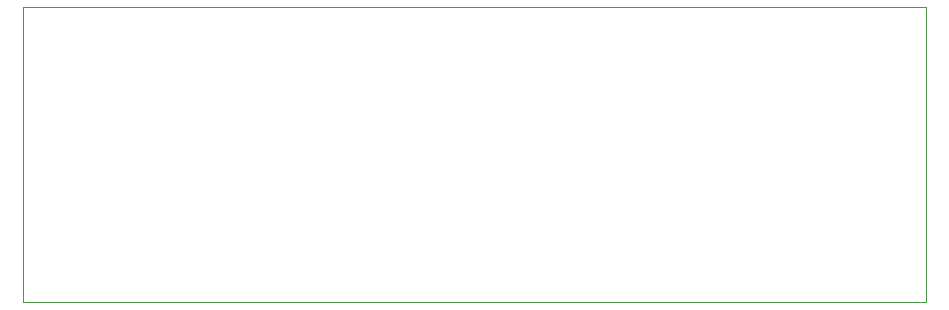
<source format=gbr>
%TF.GenerationSoftware,KiCad,Pcbnew,8.0.1*%
%TF.CreationDate,2024-03-24T20:30:25+02:00*%
%TF.ProjectId,Sensing_Subsystem,53656e73-696e-4675-9f53-756273797374,rev?*%
%TF.SameCoordinates,Original*%
%TF.FileFunction,Profile,NP*%
%FSLAX46Y46*%
G04 Gerber Fmt 4.6, Leading zero omitted, Abs format (unit mm)*
G04 Created by KiCad (PCBNEW 8.0.1) date 2024-03-24 20:30:25*
%MOMM*%
%LPD*%
G01*
G04 APERTURE LIST*
%TA.AperFunction,Profile*%
%ADD10C,0.050000*%
%TD*%
G04 APERTURE END LIST*
D10*
X113500000Y-75500000D02*
X190000000Y-75500000D01*
X190000000Y-100500000D01*
X113500000Y-100500000D01*
X113500000Y-75500000D01*
M02*

</source>
